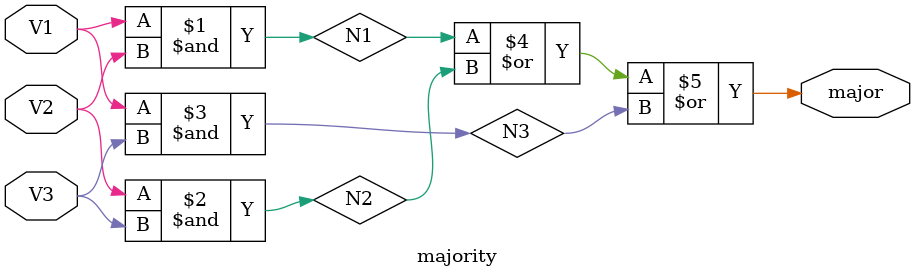
<source format=v>
module majority(major,V1,V2,V3); 
output major; 
input V1,V2,V3; 
wire N1,N2,N3; 
and A1(N1,V1,V2);
and A2(N2,V2,V3);
and A3(N3,V1,V3);
or SOS(major,N1,N2,N3); 
endmodule
</source>
